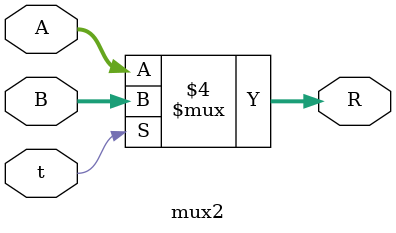
<source format=v>
module mux2
(
	input [7:0] A, B,
	input t,
	output reg [7:0] R
);
always@(*)
begin
if (t == 0)
	R = A;
else
	R = B;
end
endmodule

</source>
